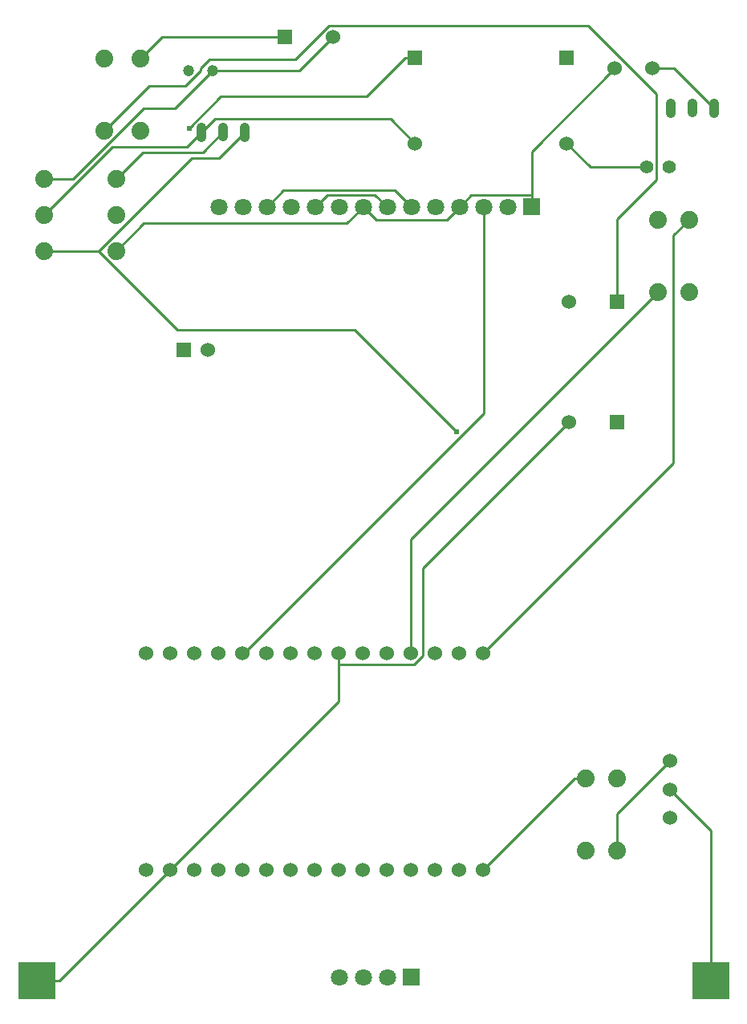
<source format=gbl>
G04 Layer: BottomLayer*
G04 EasyEDA v6.2.34, 2019-08-10T09:13:35--4:00*
G04 cec1feb412d9436ebb02216d70db0232,603e5982b1a64880906022400fb7a34d,10*
G04 Gerber Generator version 0.2*
G04 Scale: 100 percent, Rotated: No, Reflected: No *
G04 Dimensions in millimeters *
G04 leading zeros omitted , absolute positions ,3 integer and 3 decimal *
%FSLAX33Y33*%
%MOMM*%
G90*
G71D02*

%ADD11C,0.259994*%
%ADD12C,0.610006*%
%ADD13R,1.524000X1.524000*%
%ADD14C,1.524000*%
%ADD15C,1.799996*%
%ADD17C,1.879600*%
%ADD18C,1.193800*%
%ADD19C,1.400048*%
%ADD20C,0.999998*%
%ADD21R,3.999992X3.999992*%

%LPD*%
G54D11*
G01X41706Y113698D02*
G01X40632Y113698D01*
G01X40632Y113698D02*
G01X36583Y109649D01*
G01X21198Y109649D01*
G01X17861Y106311D01*
G01X62992Y87995D02*
G01X62992Y96713D01*
G01X67177Y100899D01*
G01X67177Y109918D01*
G01X59982Y117112D01*
G01X32575Y117112D01*
G01X29037Y113573D01*
G01X19956Y113573D01*
G01X19050Y112667D01*
G01X19050Y112364D01*
G01X17467Y110779D01*
G01X13639Y110779D01*
G01X8890Y106029D01*
G01X48920Y98001D02*
G01X48920Y76187D01*
G01X23639Y50909D01*
G01X23492Y50909D01*
G01X8277Y93329D02*
G01X18140Y103190D01*
G01X21036Y103190D01*
G01X23723Y105877D01*
G01X2540Y93329D02*
G01X8277Y93329D01*
G01X8277Y93329D02*
G01X16573Y85034D01*
G01X35323Y85034D01*
G01X46108Y74249D01*
G01X19177Y105877D02*
G01X17647Y104348D01*
G01X9748Y104348D01*
G01X2540Y97139D01*
G01X33652Y49702D02*
G01X33652Y45829D01*
G01X15872Y28049D01*
G01X33652Y50909D02*
G01X33652Y49702D01*
G01X57912Y75295D02*
G01X42542Y59926D01*
G01X42542Y50652D01*
G01X41592Y49702D01*
G01X33652Y49702D01*
G01X15872Y28049D02*
G01X4191Y16367D01*
G01X1778Y16367D01*
G01X19177Y105877D02*
G01X20601Y107302D01*
G01X39103Y107302D01*
G01X41706Y104699D01*
G01X66111Y102217D02*
G01X60187Y102217D01*
G01X57706Y104699D01*
G01X67310Y89011D02*
G01X41272Y62974D01*
G01X41272Y50909D01*
G01X46380Y98001D02*
G01X45026Y96644D01*
G01X37574Y96644D01*
G01X36220Y98001D01*
G01X54000Y99225D02*
G01X47604Y99225D01*
G01X46380Y98001D01*
G01X54000Y99225D02*
G01X54000Y97998D01*
G01X62771Y112633D02*
G01X54000Y103863D01*
G01X54000Y99225D01*
G01X10160Y93329D02*
G01X13086Y96256D01*
G01X34477Y96256D01*
G01X36220Y98001D01*
G01X38760Y98001D02*
G01X37477Y99281D01*
G01X32420Y99281D01*
G01X31140Y98001D01*
G01X26060Y98001D02*
G01X27785Y99723D01*
G01X39575Y99723D01*
G01X41300Y98001D01*
G01X59690Y37703D02*
G01X58547Y37703D01*
G01X48892Y28049D01*
G01X12700Y113649D02*
G01X14986Y115935D01*
G01X26865Y115935D01*
G01X27940Y115935D02*
G01X26865Y115935D01*
G01X20320Y112379D02*
G01X16342Y108402D01*
G01X13096Y108402D01*
G01X5643Y100949D01*
G01X2540Y100949D01*
G01X33020Y115935D02*
G01X29464Y112379D01*
G01X20320Y112379D01*
G01X21463Y105902D02*
G01X19281Y103721D01*
G01X12931Y103721D01*
G01X10160Y100949D01*
G01X68580Y36530D02*
G01X72898Y32212D01*
G01X72898Y16367D01*
G01X68580Y39530D02*
G01X62992Y33942D01*
G01X62992Y30083D01*
G01X48892Y50909D02*
G01X68961Y70977D01*
G01X68961Y94980D01*
G01X70612Y96631D01*
G01X73253Y108417D02*
G01X69037Y112633D01*
G01X66768Y112633D01*
G54D21*
G01X72898Y16367D03*
G01X1778Y16367D03*
G54D13*
G01X57706Y113697D03*
G54D14*
G01X57706Y104698D03*
G54D13*
G01X41706Y113697D03*
G54D14*
G01X41706Y104698D03*
G01X13335Y50911D03*
G01X15872Y50909D03*
G01X18412Y50909D03*
G01X20952Y50909D03*
G01X23492Y50909D03*
G01X26032Y50909D03*
G01X28572Y50909D03*
G01X31112Y50909D03*
G01X33652Y50909D03*
G01X36192Y50909D03*
G01X38732Y50909D03*
G01X41272Y50909D03*
G01X43812Y50909D03*
G01X46352Y50909D03*
G01X48892Y50909D03*
G01X48892Y28049D03*
G01X46352Y28049D03*
G01X43812Y28049D03*
G01X41272Y28049D03*
G01X38732Y28049D03*
G01X36192Y28049D03*
G01X33652Y28049D03*
G01X31112Y28049D03*
G01X28572Y28049D03*
G01X26032Y28049D03*
G01X23492Y28049D03*
G01X20952Y28049D03*
G01X18412Y28049D03*
G01X15872Y28049D03*
G01X13332Y28049D03*
G54D13*
G01X17272Y82915D03*
G54D14*
G01X19812Y82915D03*
G54D13*
G01X62992Y75295D03*
G54D14*
G01X57912Y75295D03*
G54D13*
G01X62992Y87995D03*
G54D14*
G01X57912Y87995D03*
G54D15*
G01X20979Y98000D03*
G01X23519Y98000D03*
G01X26059Y98000D03*
G01X28599Y98000D03*
G01X31139Y98000D03*
G01X33679Y98000D03*
G01X36219Y98000D03*
G01X38759Y98000D03*
G01X41299Y98000D03*
G01X43839Y98000D03*
G01X46379Y98000D03*
G01X48919Y98000D03*
G01X51459Y98000D03*
G36*
G01X54899Y97099D02*
G01X53099Y97099D01*
G01X53099Y98899D01*
G01X54899Y98899D01*
G01X54899Y97099D01*
G37*
G01X33679Y16720D03*
G01X36219Y16720D03*
G01X38759Y16720D03*
G36*
G01X42199Y15819D02*
G01X40399Y15819D01*
G01X40399Y17619D01*
G01X42199Y17619D01*
G01X42199Y15819D01*
G37*
G54D13*
G01X27940Y115935D03*
G54D14*
G01X33020Y115935D03*
G54D17*
G01X8890Y106029D03*
G01X8890Y113649D03*
G01X12700Y106029D03*
G01X12700Y113649D03*
G01X62992Y30083D03*
G01X62992Y37703D03*
G01X59690Y30083D03*
G01X59690Y37703D03*
G54D18*
G01X17780Y112379D03*
G01X20320Y112379D03*
G54D17*
G01X2540Y100949D03*
G01X10160Y100949D03*
G01X2540Y97139D03*
G01X10160Y97139D03*
G01X2540Y93329D03*
G01X10160Y93329D03*
G54D14*
G01X62771Y112633D03*
G01X66768Y112633D03*
G54D19*
G01X68513Y102217D03*
G01X66111Y102217D03*
G54D17*
G01X67310Y89011D03*
G01X67310Y96631D03*
G54D14*
G01X68580Y39529D03*
G01X68580Y36530D03*
G01X68580Y33530D03*
G54D17*
G01X70612Y96631D03*
G01X70612Y89011D03*
G54D12*
G01X17861Y106311D03*
G01X46108Y74249D03*
G54D20*
G01X19177Y106377D02*
G01X19177Y105377D01*
G01X21463Y106402D02*
G01X21463Y105402D01*
G01X23723Y106377D02*
G01X23723Y105377D01*
G01X68707Y108917D02*
G01X68707Y107917D01*
G01X70993Y108942D02*
G01X70993Y107942D01*
G01X73253Y108917D02*
G01X73253Y107917D01*
M00*
M02*

</source>
